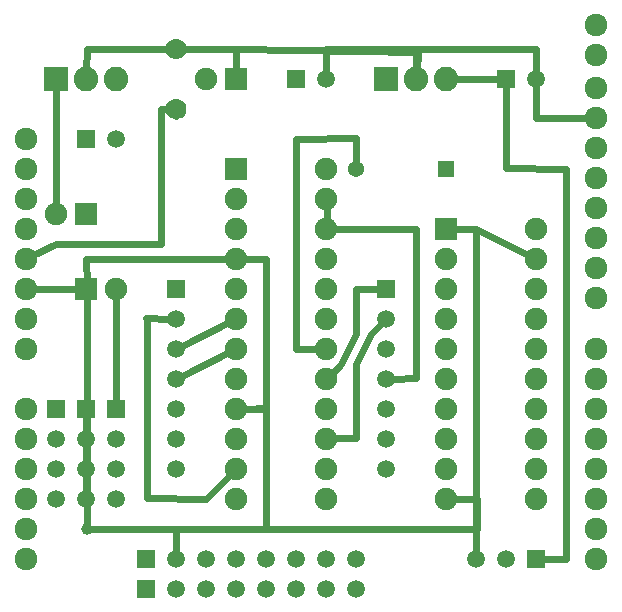
<source format=gbl>
G04 MADE WITH FRITZING*
G04 WWW.FRITZING.ORG*
G04 DOUBLE SIDED*
G04 HOLES PLATED*
G04 CONTOUR ON CENTER OF CONTOUR VECTOR*
%ASAXBY*%
%FSLAX23Y23*%
%MOIN*%
%OFA0B0*%
%SFA1.0B1.0*%
%ADD10C,0.075833*%
%ADD11C,0.075000*%
%ADD12C,0.059000*%
%ADD13C,0.054000*%
%ADD14C,0.070000*%
%ADD15C,0.082000*%
%ADD16C,0.039370*%
%ADD17R,0.075000X0.075000*%
%ADD18R,0.059000X0.059000*%
%ADD19R,0.054000X0.054000*%
%ADD20R,0.082000X0.082000*%
%ADD21C,0.024000*%
%LNCOPPER0*%
G90*
G70*
G54D10*
X2002Y1964D03*
X2002Y1864D03*
X2002Y1757D03*
X2002Y1657D03*
X2002Y1557D03*
X2002Y1457D03*
X2002Y1357D03*
X2002Y1257D03*
X2002Y1157D03*
X2002Y1057D03*
X2002Y887D03*
X2002Y787D03*
X2002Y687D03*
X2002Y587D03*
X2002Y487D03*
X2002Y387D03*
X2002Y287D03*
X2002Y187D03*
X102Y1587D03*
X102Y1487D03*
X102Y1387D03*
X102Y1287D03*
X102Y1187D03*
X102Y1087D03*
X102Y987D03*
X102Y887D03*
X102Y687D03*
X102Y587D03*
X102Y487D03*
X102Y387D03*
X102Y287D03*
X102Y187D03*
G54D11*
X1502Y1287D03*
X1802Y1287D03*
X1502Y1187D03*
X1802Y1187D03*
X1502Y1087D03*
X1802Y1087D03*
X1502Y987D03*
X1802Y987D03*
X1502Y887D03*
X1802Y887D03*
X1502Y787D03*
X1802Y787D03*
X1502Y687D03*
X1802Y687D03*
X1502Y587D03*
X1802Y587D03*
X1502Y487D03*
X1802Y487D03*
X1502Y387D03*
X1802Y387D03*
G54D12*
X1802Y187D03*
X1702Y187D03*
X1602Y187D03*
X502Y87D03*
X602Y87D03*
X702Y87D03*
X802Y87D03*
X902Y87D03*
X1002Y87D03*
X1102Y87D03*
X1202Y87D03*
X502Y187D03*
X602Y187D03*
X702Y187D03*
X802Y187D03*
X902Y187D03*
X1002Y187D03*
X1102Y187D03*
X1202Y187D03*
G54D11*
X802Y1487D03*
X1102Y1487D03*
X802Y1387D03*
X1102Y1387D03*
X802Y1287D03*
X1102Y1287D03*
X802Y1187D03*
X1102Y1187D03*
X802Y1087D03*
X1102Y1087D03*
X802Y987D03*
X1102Y987D03*
X802Y887D03*
X1102Y887D03*
X802Y787D03*
X1102Y787D03*
X802Y687D03*
X1102Y687D03*
X802Y587D03*
X1102Y587D03*
X802Y487D03*
X1102Y487D03*
X802Y387D03*
X1102Y387D03*
G54D12*
X1302Y1087D03*
X1302Y987D03*
X1302Y887D03*
X1302Y787D03*
X1302Y687D03*
X1302Y587D03*
X1302Y487D03*
X602Y1087D03*
X602Y987D03*
X602Y887D03*
X602Y787D03*
X602Y687D03*
X602Y587D03*
X602Y487D03*
G54D13*
X1502Y1487D03*
X1202Y1487D03*
G54D14*
X602Y1887D03*
X602Y1687D03*
G54D11*
X302Y1087D03*
X402Y1087D03*
X302Y1337D03*
X202Y1337D03*
X802Y1787D03*
X702Y1787D03*
G54D12*
X302Y1587D03*
X402Y1587D03*
X1002Y1787D03*
X1102Y1787D03*
X1702Y1787D03*
X1802Y1787D03*
G54D15*
X1302Y1787D03*
X1402Y1787D03*
X1502Y1787D03*
X202Y1787D03*
X302Y1787D03*
X402Y1787D03*
G54D12*
X402Y687D03*
X402Y587D03*
X402Y487D03*
X402Y387D03*
X302Y687D03*
X302Y587D03*
X302Y487D03*
X302Y387D03*
X202Y687D03*
X202Y587D03*
X202Y487D03*
X202Y387D03*
G54D16*
X303Y287D03*
X303Y1087D03*
G54D17*
X1502Y1287D03*
G54D18*
X1802Y187D03*
X502Y87D03*
X502Y187D03*
G54D17*
X802Y1487D03*
G54D18*
X1302Y1087D03*
X602Y1087D03*
G54D19*
X1502Y1487D03*
G54D17*
X302Y1087D03*
X302Y1337D03*
X802Y1787D03*
G54D18*
X302Y1587D03*
X1002Y1787D03*
X1702Y1787D03*
G54D20*
X1302Y1787D03*
X202Y1787D03*
G54D18*
X402Y687D03*
X302Y687D03*
X202Y687D03*
G54D21*
X779Y876D02*
X622Y797D01*
D02*
X779Y976D02*
X622Y897D01*
D02*
X1077Y887D02*
X1002Y887D01*
D02*
X1202Y1588D02*
X1202Y1508D01*
D02*
X1002Y1585D02*
X1202Y1588D01*
D02*
X1002Y887D02*
X1002Y1585D01*
D02*
X1084Y804D02*
X1100Y788D01*
D02*
X1100Y788D02*
X1103Y785D01*
D02*
X1202Y937D02*
X1202Y1087D01*
D02*
X1151Y836D02*
X1202Y937D01*
D02*
X1202Y1087D02*
X1303Y1087D01*
D02*
X1103Y785D02*
X1151Y836D01*
D02*
X1303Y1087D02*
X1300Y1087D01*
D02*
X1300Y1087D02*
X1279Y1087D01*
D02*
X784Y469D02*
X700Y385D01*
D02*
X700Y385D02*
X503Y388D01*
D02*
X503Y388D02*
X503Y985D01*
D02*
X503Y985D02*
X500Y988D01*
D02*
X500Y988D02*
X579Y987D01*
D02*
X1119Y569D02*
X1103Y585D01*
D02*
X1103Y585D02*
X1100Y585D01*
D02*
X1100Y585D02*
X1103Y585D01*
D02*
X1103Y585D02*
X1103Y588D01*
D02*
X1103Y588D02*
X1202Y588D01*
D02*
X1202Y588D02*
X1202Y687D01*
D02*
X1202Y687D02*
X1202Y836D01*
D02*
X1202Y836D02*
X1252Y937D01*
D02*
X1252Y937D02*
X1285Y970D01*
D02*
X777Y1187D02*
X552Y1187D01*
D02*
X302Y1187D02*
X303Y1106D01*
D02*
X552Y1187D02*
X302Y1187D01*
D02*
X802Y1187D02*
X802Y1212D01*
D02*
X901Y1187D02*
X802Y1187D01*
D02*
X901Y685D02*
X901Y1187D01*
D02*
X802Y685D02*
X901Y685D01*
D02*
X802Y662D02*
X802Y685D01*
D02*
X602Y210D02*
X602Y285D01*
D02*
X602Y285D02*
X1602Y287D01*
D02*
X1602Y287D02*
X1602Y1287D01*
D02*
X1602Y1287D02*
X1527Y1287D01*
D02*
X1782Y1202D02*
X1801Y1187D01*
D02*
X1602Y1287D02*
X1501Y1287D01*
D02*
X1801Y1187D02*
X1602Y1287D01*
D02*
X1501Y1287D02*
X1477Y1287D01*
D02*
X1402Y1287D02*
X1402Y887D01*
D02*
X1402Y887D02*
X1402Y788D01*
D02*
X1103Y1287D02*
X1402Y1287D01*
D02*
X1402Y788D02*
X1325Y787D01*
D02*
X1103Y1388D02*
X1103Y1287D01*
D02*
X1103Y1385D02*
X1103Y1388D01*
D02*
X1119Y1369D02*
X1103Y1385D01*
D02*
X1802Y1657D02*
X1802Y1764D01*
D02*
X1977Y1657D02*
X1802Y1657D01*
D02*
X1802Y187D02*
X1902Y187D01*
D02*
X1902Y187D02*
X1902Y1486D01*
D02*
X1782Y175D02*
X1802Y187D01*
D02*
X1902Y1486D02*
X1701Y1488D01*
D02*
X1701Y1488D02*
X1701Y1687D01*
D02*
X1701Y1687D02*
X1701Y1688D01*
D02*
X1701Y1688D02*
X1702Y1764D01*
D02*
X903Y287D02*
X602Y287D01*
D02*
X602Y287D02*
X322Y287D01*
D02*
X902Y285D02*
X903Y287D01*
D02*
X1603Y285D02*
X902Y285D01*
D02*
X902Y285D02*
X902Y688D01*
D02*
X1602Y387D02*
X1603Y285D01*
D02*
X902Y688D02*
X827Y687D01*
D02*
X1527Y387D02*
X1602Y387D01*
D02*
X1603Y387D02*
X1502Y387D01*
D02*
X1602Y210D02*
X1603Y387D01*
D02*
X1408Y1876D02*
X1404Y1813D01*
D02*
X1200Y1885D02*
X1408Y1876D01*
D02*
X1408Y1876D02*
X802Y1887D01*
D02*
X1802Y1887D02*
X1200Y1885D01*
D02*
X802Y1887D02*
X802Y1812D01*
D02*
X1404Y1813D02*
X1408Y1876D01*
D02*
X1802Y1810D02*
X1802Y1887D01*
D02*
X1402Y1887D02*
X1102Y1887D01*
D02*
X1102Y1887D02*
X1102Y1810D01*
D02*
X1402Y1813D02*
X1402Y1887D01*
D02*
X602Y1887D02*
X303Y1887D01*
D02*
X303Y1887D02*
X302Y1813D01*
D02*
X802Y1887D02*
X802Y1812D01*
D02*
X625Y1887D02*
X802Y1887D01*
D02*
X1528Y1787D02*
X1679Y1787D01*
D02*
X602Y1686D02*
X602Y1663D01*
D02*
X602Y1688D02*
X602Y1686D01*
D02*
X604Y1684D02*
X602Y1688D01*
D02*
X284Y1087D02*
X127Y1087D01*
D02*
X303Y306D02*
X303Y1068D01*
D02*
X302Y664D02*
X302Y610D01*
D02*
X302Y564D02*
X302Y510D01*
D02*
X302Y464D02*
X302Y410D01*
D02*
X202Y1237D02*
X124Y1198D01*
D02*
X552Y1237D02*
X202Y1237D01*
D02*
X552Y1687D02*
X552Y1237D01*
D02*
X604Y1684D02*
X552Y1687D01*
D02*
X618Y1670D02*
X604Y1684D01*
D02*
X202Y1760D02*
X202Y1362D01*
D02*
X402Y710D02*
X402Y1062D01*
G04 End of Copper0*
M02*
</source>
